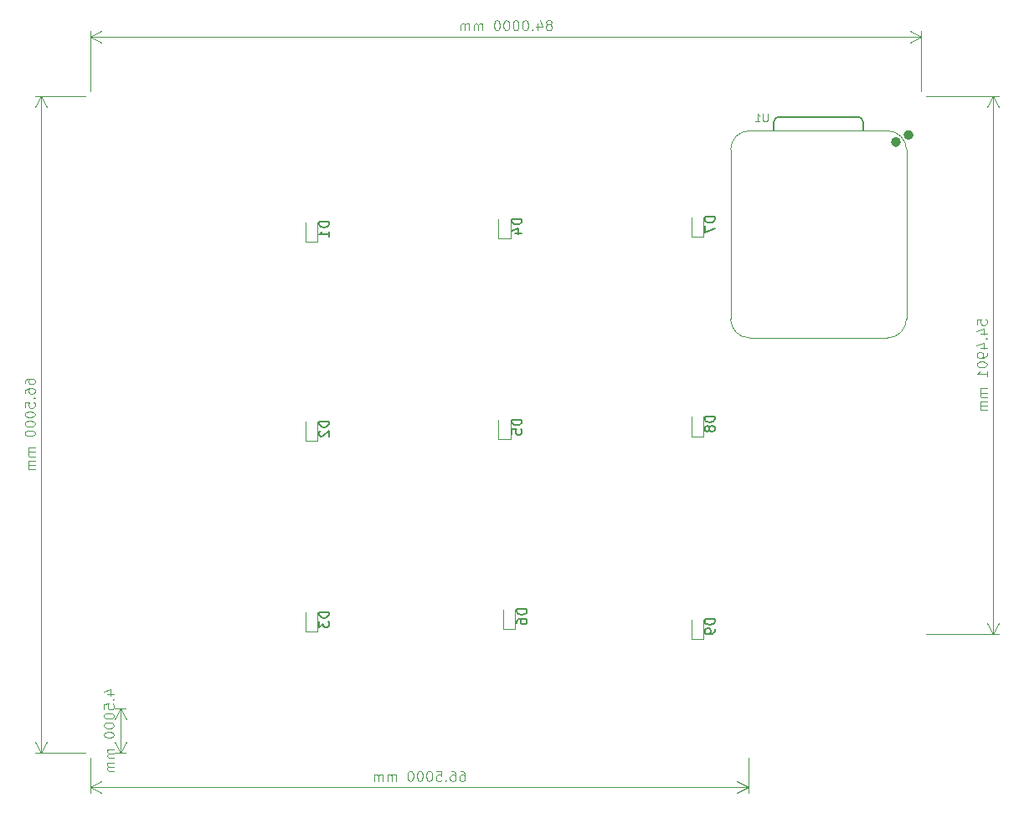
<source format=gbr>
%TF.GenerationSoftware,KiCad,Pcbnew,8.0.6*%
%TF.CreationDate,2024-10-28T02:11:40-04:00*%
%TF.ProjectId,macropad_schematic,6d616372-6f70-4616-945f-736368656d61,rev?*%
%TF.SameCoordinates,Original*%
%TF.FileFunction,Legend,Bot*%
%TF.FilePolarity,Positive*%
%FSLAX46Y46*%
G04 Gerber Fmt 4.6, Leading zero omitted, Abs format (unit mm)*
G04 Created by KiCad (PCBNEW 8.0.6) date 2024-10-28 02:11:40*
%MOMM*%
%LPD*%
G01*
G04 APERTURE LIST*
%ADD10C,0.100000*%
%ADD11C,0.150000*%
%ADD12C,0.106680*%
%ADD13C,0.120000*%
%ADD14C,0.127000*%
%ADD15C,0.504000*%
G04 APERTURE END LIST*
D10*
X82690753Y-119583333D02*
X83357420Y-119583333D01*
X82309801Y-119345238D02*
X83024086Y-119107143D01*
X83024086Y-119107143D02*
X83024086Y-119726190D01*
X83262181Y-120107143D02*
X83309801Y-120154762D01*
X83309801Y-120154762D02*
X83357420Y-120107143D01*
X83357420Y-120107143D02*
X83309801Y-120059524D01*
X83309801Y-120059524D02*
X83262181Y-120107143D01*
X83262181Y-120107143D02*
X83357420Y-120107143D01*
X82357420Y-121059523D02*
X82357420Y-120583333D01*
X82357420Y-120583333D02*
X82833610Y-120535714D01*
X82833610Y-120535714D02*
X82785991Y-120583333D01*
X82785991Y-120583333D02*
X82738372Y-120678571D01*
X82738372Y-120678571D02*
X82738372Y-120916666D01*
X82738372Y-120916666D02*
X82785991Y-121011904D01*
X82785991Y-121011904D02*
X82833610Y-121059523D01*
X82833610Y-121059523D02*
X82928848Y-121107142D01*
X82928848Y-121107142D02*
X83166943Y-121107142D01*
X83166943Y-121107142D02*
X83262181Y-121059523D01*
X83262181Y-121059523D02*
X83309801Y-121011904D01*
X83309801Y-121011904D02*
X83357420Y-120916666D01*
X83357420Y-120916666D02*
X83357420Y-120678571D01*
X83357420Y-120678571D02*
X83309801Y-120583333D01*
X83309801Y-120583333D02*
X83262181Y-120535714D01*
X82357420Y-121726190D02*
X82357420Y-121821428D01*
X82357420Y-121821428D02*
X82405039Y-121916666D01*
X82405039Y-121916666D02*
X82452658Y-121964285D01*
X82452658Y-121964285D02*
X82547896Y-122011904D01*
X82547896Y-122011904D02*
X82738372Y-122059523D01*
X82738372Y-122059523D02*
X82976467Y-122059523D01*
X82976467Y-122059523D02*
X83166943Y-122011904D01*
X83166943Y-122011904D02*
X83262181Y-121964285D01*
X83262181Y-121964285D02*
X83309801Y-121916666D01*
X83309801Y-121916666D02*
X83357420Y-121821428D01*
X83357420Y-121821428D02*
X83357420Y-121726190D01*
X83357420Y-121726190D02*
X83309801Y-121630952D01*
X83309801Y-121630952D02*
X83262181Y-121583333D01*
X83262181Y-121583333D02*
X83166943Y-121535714D01*
X83166943Y-121535714D02*
X82976467Y-121488095D01*
X82976467Y-121488095D02*
X82738372Y-121488095D01*
X82738372Y-121488095D02*
X82547896Y-121535714D01*
X82547896Y-121535714D02*
X82452658Y-121583333D01*
X82452658Y-121583333D02*
X82405039Y-121630952D01*
X82405039Y-121630952D02*
X82357420Y-121726190D01*
X82357420Y-122678571D02*
X82357420Y-122773809D01*
X82357420Y-122773809D02*
X82405039Y-122869047D01*
X82405039Y-122869047D02*
X82452658Y-122916666D01*
X82452658Y-122916666D02*
X82547896Y-122964285D01*
X82547896Y-122964285D02*
X82738372Y-123011904D01*
X82738372Y-123011904D02*
X82976467Y-123011904D01*
X82976467Y-123011904D02*
X83166943Y-122964285D01*
X83166943Y-122964285D02*
X83262181Y-122916666D01*
X83262181Y-122916666D02*
X83309801Y-122869047D01*
X83309801Y-122869047D02*
X83357420Y-122773809D01*
X83357420Y-122773809D02*
X83357420Y-122678571D01*
X83357420Y-122678571D02*
X83309801Y-122583333D01*
X83309801Y-122583333D02*
X83262181Y-122535714D01*
X83262181Y-122535714D02*
X83166943Y-122488095D01*
X83166943Y-122488095D02*
X82976467Y-122440476D01*
X82976467Y-122440476D02*
X82738372Y-122440476D01*
X82738372Y-122440476D02*
X82547896Y-122488095D01*
X82547896Y-122488095D02*
X82452658Y-122535714D01*
X82452658Y-122535714D02*
X82405039Y-122583333D01*
X82405039Y-122583333D02*
X82357420Y-122678571D01*
X82357420Y-123630952D02*
X82357420Y-123726190D01*
X82357420Y-123726190D02*
X82405039Y-123821428D01*
X82405039Y-123821428D02*
X82452658Y-123869047D01*
X82452658Y-123869047D02*
X82547896Y-123916666D01*
X82547896Y-123916666D02*
X82738372Y-123964285D01*
X82738372Y-123964285D02*
X82976467Y-123964285D01*
X82976467Y-123964285D02*
X83166943Y-123916666D01*
X83166943Y-123916666D02*
X83262181Y-123869047D01*
X83262181Y-123869047D02*
X83309801Y-123821428D01*
X83309801Y-123821428D02*
X83357420Y-123726190D01*
X83357420Y-123726190D02*
X83357420Y-123630952D01*
X83357420Y-123630952D02*
X83309801Y-123535714D01*
X83309801Y-123535714D02*
X83262181Y-123488095D01*
X83262181Y-123488095D02*
X83166943Y-123440476D01*
X83166943Y-123440476D02*
X82976467Y-123392857D01*
X82976467Y-123392857D02*
X82738372Y-123392857D01*
X82738372Y-123392857D02*
X82547896Y-123440476D01*
X82547896Y-123440476D02*
X82452658Y-123488095D01*
X82452658Y-123488095D02*
X82405039Y-123535714D01*
X82405039Y-123535714D02*
X82357420Y-123630952D01*
X83357420Y-125154762D02*
X82690753Y-125154762D01*
X82785991Y-125154762D02*
X82738372Y-125202381D01*
X82738372Y-125202381D02*
X82690753Y-125297619D01*
X82690753Y-125297619D02*
X82690753Y-125440476D01*
X82690753Y-125440476D02*
X82738372Y-125535714D01*
X82738372Y-125535714D02*
X82833610Y-125583333D01*
X82833610Y-125583333D02*
X83357420Y-125583333D01*
X82833610Y-125583333D02*
X82738372Y-125630952D01*
X82738372Y-125630952D02*
X82690753Y-125726190D01*
X82690753Y-125726190D02*
X82690753Y-125869047D01*
X82690753Y-125869047D02*
X82738372Y-125964286D01*
X82738372Y-125964286D02*
X82833610Y-126011905D01*
X82833610Y-126011905D02*
X83357420Y-126011905D01*
X83357420Y-126488095D02*
X82690753Y-126488095D01*
X82785991Y-126488095D02*
X82738372Y-126535714D01*
X82738372Y-126535714D02*
X82690753Y-126630952D01*
X82690753Y-126630952D02*
X82690753Y-126773809D01*
X82690753Y-126773809D02*
X82738372Y-126869047D01*
X82738372Y-126869047D02*
X82833610Y-126916666D01*
X82833610Y-126916666D02*
X83357420Y-126916666D01*
X82833610Y-126916666D02*
X82738372Y-126964285D01*
X82738372Y-126964285D02*
X82690753Y-127059523D01*
X82690753Y-127059523D02*
X82690753Y-127202380D01*
X82690753Y-127202380D02*
X82738372Y-127297619D01*
X82738372Y-127297619D02*
X82833610Y-127345238D01*
X82833610Y-127345238D02*
X83357420Y-127345238D01*
X84500000Y-121000000D02*
X83413581Y-121000000D01*
X84500000Y-125500000D02*
X83413581Y-125500000D01*
X84000001Y-121000000D02*
X84000001Y-125500000D01*
X84000001Y-121000000D02*
X84000001Y-125500000D01*
X84000001Y-121000000D02*
X84586422Y-122126504D01*
X84000001Y-121000000D02*
X83413580Y-122126504D01*
X84000001Y-125500000D02*
X83413580Y-124373496D01*
X84000001Y-125500000D02*
X84586422Y-124373496D01*
X74357419Y-88107143D02*
X74357419Y-87916667D01*
X74357419Y-87916667D02*
X74405038Y-87821429D01*
X74405038Y-87821429D02*
X74452657Y-87773810D01*
X74452657Y-87773810D02*
X74595514Y-87678572D01*
X74595514Y-87678572D02*
X74785990Y-87630953D01*
X74785990Y-87630953D02*
X75166942Y-87630953D01*
X75166942Y-87630953D02*
X75262180Y-87678572D01*
X75262180Y-87678572D02*
X75309800Y-87726191D01*
X75309800Y-87726191D02*
X75357419Y-87821429D01*
X75357419Y-87821429D02*
X75357419Y-88011905D01*
X75357419Y-88011905D02*
X75309800Y-88107143D01*
X75309800Y-88107143D02*
X75262180Y-88154762D01*
X75262180Y-88154762D02*
X75166942Y-88202381D01*
X75166942Y-88202381D02*
X74928847Y-88202381D01*
X74928847Y-88202381D02*
X74833609Y-88154762D01*
X74833609Y-88154762D02*
X74785990Y-88107143D01*
X74785990Y-88107143D02*
X74738371Y-88011905D01*
X74738371Y-88011905D02*
X74738371Y-87821429D01*
X74738371Y-87821429D02*
X74785990Y-87726191D01*
X74785990Y-87726191D02*
X74833609Y-87678572D01*
X74833609Y-87678572D02*
X74928847Y-87630953D01*
X74357419Y-89059524D02*
X74357419Y-88869048D01*
X74357419Y-88869048D02*
X74405038Y-88773810D01*
X74405038Y-88773810D02*
X74452657Y-88726191D01*
X74452657Y-88726191D02*
X74595514Y-88630953D01*
X74595514Y-88630953D02*
X74785990Y-88583334D01*
X74785990Y-88583334D02*
X75166942Y-88583334D01*
X75166942Y-88583334D02*
X75262180Y-88630953D01*
X75262180Y-88630953D02*
X75309800Y-88678572D01*
X75309800Y-88678572D02*
X75357419Y-88773810D01*
X75357419Y-88773810D02*
X75357419Y-88964286D01*
X75357419Y-88964286D02*
X75309800Y-89059524D01*
X75309800Y-89059524D02*
X75262180Y-89107143D01*
X75262180Y-89107143D02*
X75166942Y-89154762D01*
X75166942Y-89154762D02*
X74928847Y-89154762D01*
X74928847Y-89154762D02*
X74833609Y-89107143D01*
X74833609Y-89107143D02*
X74785990Y-89059524D01*
X74785990Y-89059524D02*
X74738371Y-88964286D01*
X74738371Y-88964286D02*
X74738371Y-88773810D01*
X74738371Y-88773810D02*
X74785990Y-88678572D01*
X74785990Y-88678572D02*
X74833609Y-88630953D01*
X74833609Y-88630953D02*
X74928847Y-88583334D01*
X75262180Y-89583334D02*
X75309800Y-89630953D01*
X75309800Y-89630953D02*
X75357419Y-89583334D01*
X75357419Y-89583334D02*
X75309800Y-89535715D01*
X75309800Y-89535715D02*
X75262180Y-89583334D01*
X75262180Y-89583334D02*
X75357419Y-89583334D01*
X74357419Y-90535714D02*
X74357419Y-90059524D01*
X74357419Y-90059524D02*
X74833609Y-90011905D01*
X74833609Y-90011905D02*
X74785990Y-90059524D01*
X74785990Y-90059524D02*
X74738371Y-90154762D01*
X74738371Y-90154762D02*
X74738371Y-90392857D01*
X74738371Y-90392857D02*
X74785990Y-90488095D01*
X74785990Y-90488095D02*
X74833609Y-90535714D01*
X74833609Y-90535714D02*
X74928847Y-90583333D01*
X74928847Y-90583333D02*
X75166942Y-90583333D01*
X75166942Y-90583333D02*
X75262180Y-90535714D01*
X75262180Y-90535714D02*
X75309800Y-90488095D01*
X75309800Y-90488095D02*
X75357419Y-90392857D01*
X75357419Y-90392857D02*
X75357419Y-90154762D01*
X75357419Y-90154762D02*
X75309800Y-90059524D01*
X75309800Y-90059524D02*
X75262180Y-90011905D01*
X74357419Y-91202381D02*
X74357419Y-91297619D01*
X74357419Y-91297619D02*
X74405038Y-91392857D01*
X74405038Y-91392857D02*
X74452657Y-91440476D01*
X74452657Y-91440476D02*
X74547895Y-91488095D01*
X74547895Y-91488095D02*
X74738371Y-91535714D01*
X74738371Y-91535714D02*
X74976466Y-91535714D01*
X74976466Y-91535714D02*
X75166942Y-91488095D01*
X75166942Y-91488095D02*
X75262180Y-91440476D01*
X75262180Y-91440476D02*
X75309800Y-91392857D01*
X75309800Y-91392857D02*
X75357419Y-91297619D01*
X75357419Y-91297619D02*
X75357419Y-91202381D01*
X75357419Y-91202381D02*
X75309800Y-91107143D01*
X75309800Y-91107143D02*
X75262180Y-91059524D01*
X75262180Y-91059524D02*
X75166942Y-91011905D01*
X75166942Y-91011905D02*
X74976466Y-90964286D01*
X74976466Y-90964286D02*
X74738371Y-90964286D01*
X74738371Y-90964286D02*
X74547895Y-91011905D01*
X74547895Y-91011905D02*
X74452657Y-91059524D01*
X74452657Y-91059524D02*
X74405038Y-91107143D01*
X74405038Y-91107143D02*
X74357419Y-91202381D01*
X74357419Y-92154762D02*
X74357419Y-92250000D01*
X74357419Y-92250000D02*
X74405038Y-92345238D01*
X74405038Y-92345238D02*
X74452657Y-92392857D01*
X74452657Y-92392857D02*
X74547895Y-92440476D01*
X74547895Y-92440476D02*
X74738371Y-92488095D01*
X74738371Y-92488095D02*
X74976466Y-92488095D01*
X74976466Y-92488095D02*
X75166942Y-92440476D01*
X75166942Y-92440476D02*
X75262180Y-92392857D01*
X75262180Y-92392857D02*
X75309800Y-92345238D01*
X75309800Y-92345238D02*
X75357419Y-92250000D01*
X75357419Y-92250000D02*
X75357419Y-92154762D01*
X75357419Y-92154762D02*
X75309800Y-92059524D01*
X75309800Y-92059524D02*
X75262180Y-92011905D01*
X75262180Y-92011905D02*
X75166942Y-91964286D01*
X75166942Y-91964286D02*
X74976466Y-91916667D01*
X74976466Y-91916667D02*
X74738371Y-91916667D01*
X74738371Y-91916667D02*
X74547895Y-91964286D01*
X74547895Y-91964286D02*
X74452657Y-92011905D01*
X74452657Y-92011905D02*
X74405038Y-92059524D01*
X74405038Y-92059524D02*
X74357419Y-92154762D01*
X74357419Y-93107143D02*
X74357419Y-93202381D01*
X74357419Y-93202381D02*
X74405038Y-93297619D01*
X74405038Y-93297619D02*
X74452657Y-93345238D01*
X74452657Y-93345238D02*
X74547895Y-93392857D01*
X74547895Y-93392857D02*
X74738371Y-93440476D01*
X74738371Y-93440476D02*
X74976466Y-93440476D01*
X74976466Y-93440476D02*
X75166942Y-93392857D01*
X75166942Y-93392857D02*
X75262180Y-93345238D01*
X75262180Y-93345238D02*
X75309800Y-93297619D01*
X75309800Y-93297619D02*
X75357419Y-93202381D01*
X75357419Y-93202381D02*
X75357419Y-93107143D01*
X75357419Y-93107143D02*
X75309800Y-93011905D01*
X75309800Y-93011905D02*
X75262180Y-92964286D01*
X75262180Y-92964286D02*
X75166942Y-92916667D01*
X75166942Y-92916667D02*
X74976466Y-92869048D01*
X74976466Y-92869048D02*
X74738371Y-92869048D01*
X74738371Y-92869048D02*
X74547895Y-92916667D01*
X74547895Y-92916667D02*
X74452657Y-92964286D01*
X74452657Y-92964286D02*
X74405038Y-93011905D01*
X74405038Y-93011905D02*
X74357419Y-93107143D01*
X75357419Y-94630953D02*
X74690752Y-94630953D01*
X74785990Y-94630953D02*
X74738371Y-94678572D01*
X74738371Y-94678572D02*
X74690752Y-94773810D01*
X74690752Y-94773810D02*
X74690752Y-94916667D01*
X74690752Y-94916667D02*
X74738371Y-95011905D01*
X74738371Y-95011905D02*
X74833609Y-95059524D01*
X74833609Y-95059524D02*
X75357419Y-95059524D01*
X74833609Y-95059524D02*
X74738371Y-95107143D01*
X74738371Y-95107143D02*
X74690752Y-95202381D01*
X74690752Y-95202381D02*
X74690752Y-95345238D01*
X74690752Y-95345238D02*
X74738371Y-95440477D01*
X74738371Y-95440477D02*
X74833609Y-95488096D01*
X74833609Y-95488096D02*
X75357419Y-95488096D01*
X75357419Y-95964286D02*
X74690752Y-95964286D01*
X74785990Y-95964286D02*
X74738371Y-96011905D01*
X74738371Y-96011905D02*
X74690752Y-96107143D01*
X74690752Y-96107143D02*
X74690752Y-96250000D01*
X74690752Y-96250000D02*
X74738371Y-96345238D01*
X74738371Y-96345238D02*
X74833609Y-96392857D01*
X74833609Y-96392857D02*
X75357419Y-96392857D01*
X74833609Y-96392857D02*
X74738371Y-96440476D01*
X74738371Y-96440476D02*
X74690752Y-96535714D01*
X74690752Y-96535714D02*
X74690752Y-96678571D01*
X74690752Y-96678571D02*
X74738371Y-96773810D01*
X74738371Y-96773810D02*
X74833609Y-96821429D01*
X74833609Y-96821429D02*
X75357419Y-96821429D01*
X80500000Y-59000000D02*
X75413580Y-59000000D01*
X80500000Y-125500000D02*
X75413580Y-125500000D01*
X76000000Y-59000000D02*
X76000000Y-125500000D01*
X76000000Y-59000000D02*
X76000000Y-125500000D01*
X76000000Y-59000000D02*
X76586421Y-60126504D01*
X76000000Y-59000000D02*
X75413579Y-60126504D01*
X76000000Y-125500000D02*
X75413579Y-124373496D01*
X76000000Y-125500000D02*
X76586421Y-124373496D01*
X127428570Y-51785990D02*
X127523808Y-51738371D01*
X127523808Y-51738371D02*
X127571427Y-51690752D01*
X127571427Y-51690752D02*
X127619046Y-51595514D01*
X127619046Y-51595514D02*
X127619046Y-51547895D01*
X127619046Y-51547895D02*
X127571427Y-51452657D01*
X127571427Y-51452657D02*
X127523808Y-51405038D01*
X127523808Y-51405038D02*
X127428570Y-51357419D01*
X127428570Y-51357419D02*
X127238094Y-51357419D01*
X127238094Y-51357419D02*
X127142856Y-51405038D01*
X127142856Y-51405038D02*
X127095237Y-51452657D01*
X127095237Y-51452657D02*
X127047618Y-51547895D01*
X127047618Y-51547895D02*
X127047618Y-51595514D01*
X127047618Y-51595514D02*
X127095237Y-51690752D01*
X127095237Y-51690752D02*
X127142856Y-51738371D01*
X127142856Y-51738371D02*
X127238094Y-51785990D01*
X127238094Y-51785990D02*
X127428570Y-51785990D01*
X127428570Y-51785990D02*
X127523808Y-51833609D01*
X127523808Y-51833609D02*
X127571427Y-51881228D01*
X127571427Y-51881228D02*
X127619046Y-51976466D01*
X127619046Y-51976466D02*
X127619046Y-52166942D01*
X127619046Y-52166942D02*
X127571427Y-52262180D01*
X127571427Y-52262180D02*
X127523808Y-52309800D01*
X127523808Y-52309800D02*
X127428570Y-52357419D01*
X127428570Y-52357419D02*
X127238094Y-52357419D01*
X127238094Y-52357419D02*
X127142856Y-52309800D01*
X127142856Y-52309800D02*
X127095237Y-52262180D01*
X127095237Y-52262180D02*
X127047618Y-52166942D01*
X127047618Y-52166942D02*
X127047618Y-51976466D01*
X127047618Y-51976466D02*
X127095237Y-51881228D01*
X127095237Y-51881228D02*
X127142856Y-51833609D01*
X127142856Y-51833609D02*
X127238094Y-51785990D01*
X126190475Y-51690752D02*
X126190475Y-52357419D01*
X126428570Y-51309800D02*
X126666665Y-52024085D01*
X126666665Y-52024085D02*
X126047618Y-52024085D01*
X125666665Y-52262180D02*
X125619046Y-52309800D01*
X125619046Y-52309800D02*
X125666665Y-52357419D01*
X125666665Y-52357419D02*
X125714284Y-52309800D01*
X125714284Y-52309800D02*
X125666665Y-52262180D01*
X125666665Y-52262180D02*
X125666665Y-52357419D01*
X124999999Y-51357419D02*
X124904761Y-51357419D01*
X124904761Y-51357419D02*
X124809523Y-51405038D01*
X124809523Y-51405038D02*
X124761904Y-51452657D01*
X124761904Y-51452657D02*
X124714285Y-51547895D01*
X124714285Y-51547895D02*
X124666666Y-51738371D01*
X124666666Y-51738371D02*
X124666666Y-51976466D01*
X124666666Y-51976466D02*
X124714285Y-52166942D01*
X124714285Y-52166942D02*
X124761904Y-52262180D01*
X124761904Y-52262180D02*
X124809523Y-52309800D01*
X124809523Y-52309800D02*
X124904761Y-52357419D01*
X124904761Y-52357419D02*
X124999999Y-52357419D01*
X124999999Y-52357419D02*
X125095237Y-52309800D01*
X125095237Y-52309800D02*
X125142856Y-52262180D01*
X125142856Y-52262180D02*
X125190475Y-52166942D01*
X125190475Y-52166942D02*
X125238094Y-51976466D01*
X125238094Y-51976466D02*
X125238094Y-51738371D01*
X125238094Y-51738371D02*
X125190475Y-51547895D01*
X125190475Y-51547895D02*
X125142856Y-51452657D01*
X125142856Y-51452657D02*
X125095237Y-51405038D01*
X125095237Y-51405038D02*
X124999999Y-51357419D01*
X124047618Y-51357419D02*
X123952380Y-51357419D01*
X123952380Y-51357419D02*
X123857142Y-51405038D01*
X123857142Y-51405038D02*
X123809523Y-51452657D01*
X123809523Y-51452657D02*
X123761904Y-51547895D01*
X123761904Y-51547895D02*
X123714285Y-51738371D01*
X123714285Y-51738371D02*
X123714285Y-51976466D01*
X123714285Y-51976466D02*
X123761904Y-52166942D01*
X123761904Y-52166942D02*
X123809523Y-52262180D01*
X123809523Y-52262180D02*
X123857142Y-52309800D01*
X123857142Y-52309800D02*
X123952380Y-52357419D01*
X123952380Y-52357419D02*
X124047618Y-52357419D01*
X124047618Y-52357419D02*
X124142856Y-52309800D01*
X124142856Y-52309800D02*
X124190475Y-52262180D01*
X124190475Y-52262180D02*
X124238094Y-52166942D01*
X124238094Y-52166942D02*
X124285713Y-51976466D01*
X124285713Y-51976466D02*
X124285713Y-51738371D01*
X124285713Y-51738371D02*
X124238094Y-51547895D01*
X124238094Y-51547895D02*
X124190475Y-51452657D01*
X124190475Y-51452657D02*
X124142856Y-51405038D01*
X124142856Y-51405038D02*
X124047618Y-51357419D01*
X123095237Y-51357419D02*
X122999999Y-51357419D01*
X122999999Y-51357419D02*
X122904761Y-51405038D01*
X122904761Y-51405038D02*
X122857142Y-51452657D01*
X122857142Y-51452657D02*
X122809523Y-51547895D01*
X122809523Y-51547895D02*
X122761904Y-51738371D01*
X122761904Y-51738371D02*
X122761904Y-51976466D01*
X122761904Y-51976466D02*
X122809523Y-52166942D01*
X122809523Y-52166942D02*
X122857142Y-52262180D01*
X122857142Y-52262180D02*
X122904761Y-52309800D01*
X122904761Y-52309800D02*
X122999999Y-52357419D01*
X122999999Y-52357419D02*
X123095237Y-52357419D01*
X123095237Y-52357419D02*
X123190475Y-52309800D01*
X123190475Y-52309800D02*
X123238094Y-52262180D01*
X123238094Y-52262180D02*
X123285713Y-52166942D01*
X123285713Y-52166942D02*
X123333332Y-51976466D01*
X123333332Y-51976466D02*
X123333332Y-51738371D01*
X123333332Y-51738371D02*
X123285713Y-51547895D01*
X123285713Y-51547895D02*
X123238094Y-51452657D01*
X123238094Y-51452657D02*
X123190475Y-51405038D01*
X123190475Y-51405038D02*
X123095237Y-51357419D01*
X122142856Y-51357419D02*
X122047618Y-51357419D01*
X122047618Y-51357419D02*
X121952380Y-51405038D01*
X121952380Y-51405038D02*
X121904761Y-51452657D01*
X121904761Y-51452657D02*
X121857142Y-51547895D01*
X121857142Y-51547895D02*
X121809523Y-51738371D01*
X121809523Y-51738371D02*
X121809523Y-51976466D01*
X121809523Y-51976466D02*
X121857142Y-52166942D01*
X121857142Y-52166942D02*
X121904761Y-52262180D01*
X121904761Y-52262180D02*
X121952380Y-52309800D01*
X121952380Y-52309800D02*
X122047618Y-52357419D01*
X122047618Y-52357419D02*
X122142856Y-52357419D01*
X122142856Y-52357419D02*
X122238094Y-52309800D01*
X122238094Y-52309800D02*
X122285713Y-52262180D01*
X122285713Y-52262180D02*
X122333332Y-52166942D01*
X122333332Y-52166942D02*
X122380951Y-51976466D01*
X122380951Y-51976466D02*
X122380951Y-51738371D01*
X122380951Y-51738371D02*
X122333332Y-51547895D01*
X122333332Y-51547895D02*
X122285713Y-51452657D01*
X122285713Y-51452657D02*
X122238094Y-51405038D01*
X122238094Y-51405038D02*
X122142856Y-51357419D01*
X120619046Y-52357419D02*
X120619046Y-51690752D01*
X120619046Y-51785990D02*
X120571427Y-51738371D01*
X120571427Y-51738371D02*
X120476189Y-51690752D01*
X120476189Y-51690752D02*
X120333332Y-51690752D01*
X120333332Y-51690752D02*
X120238094Y-51738371D01*
X120238094Y-51738371D02*
X120190475Y-51833609D01*
X120190475Y-51833609D02*
X120190475Y-52357419D01*
X120190475Y-51833609D02*
X120142856Y-51738371D01*
X120142856Y-51738371D02*
X120047618Y-51690752D01*
X120047618Y-51690752D02*
X119904761Y-51690752D01*
X119904761Y-51690752D02*
X119809522Y-51738371D01*
X119809522Y-51738371D02*
X119761903Y-51833609D01*
X119761903Y-51833609D02*
X119761903Y-52357419D01*
X119285713Y-52357419D02*
X119285713Y-51690752D01*
X119285713Y-51785990D02*
X119238094Y-51738371D01*
X119238094Y-51738371D02*
X119142856Y-51690752D01*
X119142856Y-51690752D02*
X118999999Y-51690752D01*
X118999999Y-51690752D02*
X118904761Y-51738371D01*
X118904761Y-51738371D02*
X118857142Y-51833609D01*
X118857142Y-51833609D02*
X118857142Y-52357419D01*
X118857142Y-51833609D02*
X118809523Y-51738371D01*
X118809523Y-51738371D02*
X118714285Y-51690752D01*
X118714285Y-51690752D02*
X118571428Y-51690752D01*
X118571428Y-51690752D02*
X118476189Y-51738371D01*
X118476189Y-51738371D02*
X118428570Y-51833609D01*
X118428570Y-51833609D02*
X118428570Y-52357419D01*
X81000000Y-58500000D02*
X81000000Y-52413580D01*
X165000000Y-58500000D02*
X165000000Y-52413580D01*
X81000000Y-53000000D02*
X165000000Y-53000000D01*
X81000000Y-53000000D02*
X165000000Y-53000000D01*
X81000000Y-53000000D02*
X82126504Y-52413579D01*
X81000000Y-53000000D02*
X82126504Y-53586421D01*
X165000000Y-53000000D02*
X163873496Y-53586421D01*
X165000000Y-53000000D02*
X163873496Y-52413579D01*
X118392856Y-127357418D02*
X118583332Y-127357418D01*
X118583332Y-127357418D02*
X118678570Y-127405037D01*
X118678570Y-127405037D02*
X118726189Y-127452656D01*
X118726189Y-127452656D02*
X118821427Y-127595513D01*
X118821427Y-127595513D02*
X118869046Y-127785989D01*
X118869046Y-127785989D02*
X118869046Y-128166941D01*
X118869046Y-128166941D02*
X118821427Y-128262179D01*
X118821427Y-128262179D02*
X118773808Y-128309799D01*
X118773808Y-128309799D02*
X118678570Y-128357418D01*
X118678570Y-128357418D02*
X118488094Y-128357418D01*
X118488094Y-128357418D02*
X118392856Y-128309799D01*
X118392856Y-128309799D02*
X118345237Y-128262179D01*
X118345237Y-128262179D02*
X118297618Y-128166941D01*
X118297618Y-128166941D02*
X118297618Y-127928846D01*
X118297618Y-127928846D02*
X118345237Y-127833608D01*
X118345237Y-127833608D02*
X118392856Y-127785989D01*
X118392856Y-127785989D02*
X118488094Y-127738370D01*
X118488094Y-127738370D02*
X118678570Y-127738370D01*
X118678570Y-127738370D02*
X118773808Y-127785989D01*
X118773808Y-127785989D02*
X118821427Y-127833608D01*
X118821427Y-127833608D02*
X118869046Y-127928846D01*
X117440475Y-127357418D02*
X117630951Y-127357418D01*
X117630951Y-127357418D02*
X117726189Y-127405037D01*
X117726189Y-127405037D02*
X117773808Y-127452656D01*
X117773808Y-127452656D02*
X117869046Y-127595513D01*
X117869046Y-127595513D02*
X117916665Y-127785989D01*
X117916665Y-127785989D02*
X117916665Y-128166941D01*
X117916665Y-128166941D02*
X117869046Y-128262179D01*
X117869046Y-128262179D02*
X117821427Y-128309799D01*
X117821427Y-128309799D02*
X117726189Y-128357418D01*
X117726189Y-128357418D02*
X117535713Y-128357418D01*
X117535713Y-128357418D02*
X117440475Y-128309799D01*
X117440475Y-128309799D02*
X117392856Y-128262179D01*
X117392856Y-128262179D02*
X117345237Y-128166941D01*
X117345237Y-128166941D02*
X117345237Y-127928846D01*
X117345237Y-127928846D02*
X117392856Y-127833608D01*
X117392856Y-127833608D02*
X117440475Y-127785989D01*
X117440475Y-127785989D02*
X117535713Y-127738370D01*
X117535713Y-127738370D02*
X117726189Y-127738370D01*
X117726189Y-127738370D02*
X117821427Y-127785989D01*
X117821427Y-127785989D02*
X117869046Y-127833608D01*
X117869046Y-127833608D02*
X117916665Y-127928846D01*
X116916665Y-128262179D02*
X116869046Y-128309799D01*
X116869046Y-128309799D02*
X116916665Y-128357418D01*
X116916665Y-128357418D02*
X116964284Y-128309799D01*
X116964284Y-128309799D02*
X116916665Y-128262179D01*
X116916665Y-128262179D02*
X116916665Y-128357418D01*
X115964285Y-127357418D02*
X116440475Y-127357418D01*
X116440475Y-127357418D02*
X116488094Y-127833608D01*
X116488094Y-127833608D02*
X116440475Y-127785989D01*
X116440475Y-127785989D02*
X116345237Y-127738370D01*
X116345237Y-127738370D02*
X116107142Y-127738370D01*
X116107142Y-127738370D02*
X116011904Y-127785989D01*
X116011904Y-127785989D02*
X115964285Y-127833608D01*
X115964285Y-127833608D02*
X115916666Y-127928846D01*
X115916666Y-127928846D02*
X115916666Y-128166941D01*
X115916666Y-128166941D02*
X115964285Y-128262179D01*
X115964285Y-128262179D02*
X116011904Y-128309799D01*
X116011904Y-128309799D02*
X116107142Y-128357418D01*
X116107142Y-128357418D02*
X116345237Y-128357418D01*
X116345237Y-128357418D02*
X116440475Y-128309799D01*
X116440475Y-128309799D02*
X116488094Y-128262179D01*
X115297618Y-127357418D02*
X115202380Y-127357418D01*
X115202380Y-127357418D02*
X115107142Y-127405037D01*
X115107142Y-127405037D02*
X115059523Y-127452656D01*
X115059523Y-127452656D02*
X115011904Y-127547894D01*
X115011904Y-127547894D02*
X114964285Y-127738370D01*
X114964285Y-127738370D02*
X114964285Y-127976465D01*
X114964285Y-127976465D02*
X115011904Y-128166941D01*
X115011904Y-128166941D02*
X115059523Y-128262179D01*
X115059523Y-128262179D02*
X115107142Y-128309799D01*
X115107142Y-128309799D02*
X115202380Y-128357418D01*
X115202380Y-128357418D02*
X115297618Y-128357418D01*
X115297618Y-128357418D02*
X115392856Y-128309799D01*
X115392856Y-128309799D02*
X115440475Y-128262179D01*
X115440475Y-128262179D02*
X115488094Y-128166941D01*
X115488094Y-128166941D02*
X115535713Y-127976465D01*
X115535713Y-127976465D02*
X115535713Y-127738370D01*
X115535713Y-127738370D02*
X115488094Y-127547894D01*
X115488094Y-127547894D02*
X115440475Y-127452656D01*
X115440475Y-127452656D02*
X115392856Y-127405037D01*
X115392856Y-127405037D02*
X115297618Y-127357418D01*
X114345237Y-127357418D02*
X114249999Y-127357418D01*
X114249999Y-127357418D02*
X114154761Y-127405037D01*
X114154761Y-127405037D02*
X114107142Y-127452656D01*
X114107142Y-127452656D02*
X114059523Y-127547894D01*
X114059523Y-127547894D02*
X114011904Y-127738370D01*
X114011904Y-127738370D02*
X114011904Y-127976465D01*
X114011904Y-127976465D02*
X114059523Y-128166941D01*
X114059523Y-128166941D02*
X114107142Y-128262179D01*
X114107142Y-128262179D02*
X114154761Y-128309799D01*
X114154761Y-128309799D02*
X114249999Y-128357418D01*
X114249999Y-128357418D02*
X114345237Y-128357418D01*
X114345237Y-128357418D02*
X114440475Y-128309799D01*
X114440475Y-128309799D02*
X114488094Y-128262179D01*
X114488094Y-128262179D02*
X114535713Y-128166941D01*
X114535713Y-128166941D02*
X114583332Y-127976465D01*
X114583332Y-127976465D02*
X114583332Y-127738370D01*
X114583332Y-127738370D02*
X114535713Y-127547894D01*
X114535713Y-127547894D02*
X114488094Y-127452656D01*
X114488094Y-127452656D02*
X114440475Y-127405037D01*
X114440475Y-127405037D02*
X114345237Y-127357418D01*
X113392856Y-127357418D02*
X113297618Y-127357418D01*
X113297618Y-127357418D02*
X113202380Y-127405037D01*
X113202380Y-127405037D02*
X113154761Y-127452656D01*
X113154761Y-127452656D02*
X113107142Y-127547894D01*
X113107142Y-127547894D02*
X113059523Y-127738370D01*
X113059523Y-127738370D02*
X113059523Y-127976465D01*
X113059523Y-127976465D02*
X113107142Y-128166941D01*
X113107142Y-128166941D02*
X113154761Y-128262179D01*
X113154761Y-128262179D02*
X113202380Y-128309799D01*
X113202380Y-128309799D02*
X113297618Y-128357418D01*
X113297618Y-128357418D02*
X113392856Y-128357418D01*
X113392856Y-128357418D02*
X113488094Y-128309799D01*
X113488094Y-128309799D02*
X113535713Y-128262179D01*
X113535713Y-128262179D02*
X113583332Y-128166941D01*
X113583332Y-128166941D02*
X113630951Y-127976465D01*
X113630951Y-127976465D02*
X113630951Y-127738370D01*
X113630951Y-127738370D02*
X113583332Y-127547894D01*
X113583332Y-127547894D02*
X113535713Y-127452656D01*
X113535713Y-127452656D02*
X113488094Y-127405037D01*
X113488094Y-127405037D02*
X113392856Y-127357418D01*
X111869046Y-128357418D02*
X111869046Y-127690751D01*
X111869046Y-127785989D02*
X111821427Y-127738370D01*
X111821427Y-127738370D02*
X111726189Y-127690751D01*
X111726189Y-127690751D02*
X111583332Y-127690751D01*
X111583332Y-127690751D02*
X111488094Y-127738370D01*
X111488094Y-127738370D02*
X111440475Y-127833608D01*
X111440475Y-127833608D02*
X111440475Y-128357418D01*
X111440475Y-127833608D02*
X111392856Y-127738370D01*
X111392856Y-127738370D02*
X111297618Y-127690751D01*
X111297618Y-127690751D02*
X111154761Y-127690751D01*
X111154761Y-127690751D02*
X111059522Y-127738370D01*
X111059522Y-127738370D02*
X111011903Y-127833608D01*
X111011903Y-127833608D02*
X111011903Y-128357418D01*
X110535713Y-128357418D02*
X110535713Y-127690751D01*
X110535713Y-127785989D02*
X110488094Y-127738370D01*
X110488094Y-127738370D02*
X110392856Y-127690751D01*
X110392856Y-127690751D02*
X110249999Y-127690751D01*
X110249999Y-127690751D02*
X110154761Y-127738370D01*
X110154761Y-127738370D02*
X110107142Y-127833608D01*
X110107142Y-127833608D02*
X110107142Y-128357418D01*
X110107142Y-127833608D02*
X110059523Y-127738370D01*
X110059523Y-127738370D02*
X109964285Y-127690751D01*
X109964285Y-127690751D02*
X109821428Y-127690751D01*
X109821428Y-127690751D02*
X109726189Y-127738370D01*
X109726189Y-127738370D02*
X109678570Y-127833608D01*
X109678570Y-127833608D02*
X109678570Y-128357418D01*
X81000000Y-126000000D02*
X81000000Y-129586419D01*
X147500000Y-126000000D02*
X147500000Y-129586419D01*
X81000000Y-128999999D02*
X147500000Y-128999999D01*
X81000000Y-128999999D02*
X147500000Y-128999999D01*
X81000000Y-128999999D02*
X82126504Y-128413578D01*
X81000000Y-128999999D02*
X82126504Y-129586420D01*
X147500000Y-128999999D02*
X146373496Y-129586420D01*
X147500000Y-128999999D02*
X146373496Y-128413578D01*
X170630444Y-82150487D02*
X170630500Y-81674297D01*
X170630500Y-81674297D02*
X171106697Y-81626734D01*
X171106697Y-81626734D02*
X171059072Y-81674347D01*
X171059072Y-81674347D02*
X171011442Y-81769580D01*
X171011442Y-81769580D02*
X171011414Y-82007675D01*
X171011414Y-82007675D02*
X171059021Y-82102919D01*
X171059021Y-82102919D02*
X171106635Y-82150543D01*
X171106635Y-82150543D02*
X171201867Y-82198174D01*
X171201867Y-82198174D02*
X171439963Y-82198202D01*
X171439963Y-82198202D02*
X171535206Y-82150594D01*
X171535206Y-82150594D02*
X171582831Y-82102980D01*
X171582831Y-82102980D02*
X171630461Y-82007748D01*
X171630461Y-82007748D02*
X171630489Y-81769653D01*
X171630489Y-81769653D02*
X171582881Y-81674409D01*
X171582881Y-81674409D02*
X171535268Y-81626784D01*
X170963671Y-83055289D02*
X171630338Y-83055367D01*
X170582747Y-82817149D02*
X171297061Y-82579137D01*
X171297061Y-82579137D02*
X171296988Y-83198185D01*
X171535038Y-83579165D02*
X171582652Y-83626790D01*
X171582652Y-83626790D02*
X171630276Y-83579177D01*
X171630276Y-83579177D02*
X171582663Y-83531552D01*
X171582663Y-83531552D02*
X171535038Y-83579165D01*
X171535038Y-83579165D02*
X171630276Y-83579177D01*
X170963503Y-84483860D02*
X171630170Y-84483938D01*
X170582579Y-84245719D02*
X171296893Y-84007708D01*
X171296893Y-84007708D02*
X171296820Y-84626756D01*
X171630103Y-85055367D02*
X171630080Y-85245843D01*
X171630080Y-85245843D02*
X171582450Y-85341075D01*
X171582450Y-85341075D02*
X171534825Y-85388689D01*
X171534825Y-85388689D02*
X171391957Y-85483910D01*
X171391957Y-85483910D02*
X171201475Y-85531507D01*
X171201475Y-85531507D02*
X170820523Y-85531462D01*
X170820523Y-85531462D02*
X170725290Y-85483832D01*
X170725290Y-85483832D02*
X170677677Y-85436207D01*
X170677677Y-85436207D02*
X170630069Y-85340963D01*
X170630069Y-85340963D02*
X170630091Y-85150487D01*
X170630091Y-85150487D02*
X170677722Y-85055255D01*
X170677722Y-85055255D02*
X170725346Y-85007641D01*
X170725346Y-85007641D02*
X170820590Y-84960033D01*
X170820590Y-84960033D02*
X171058685Y-84960061D01*
X171058685Y-84960061D02*
X171153918Y-85007692D01*
X171153918Y-85007692D02*
X171201531Y-85055316D01*
X171201531Y-85055316D02*
X171249139Y-85150560D01*
X171249139Y-85150560D02*
X171249117Y-85341036D01*
X171249117Y-85341036D02*
X171201486Y-85436269D01*
X171201486Y-85436269D02*
X171153862Y-85483882D01*
X171153862Y-85483882D02*
X171058618Y-85531490D01*
X170629974Y-86150487D02*
X170629963Y-86245725D01*
X170629963Y-86245725D02*
X170677570Y-86340969D01*
X170677570Y-86340969D02*
X170725184Y-86388594D01*
X170725184Y-86388594D02*
X170820416Y-86436224D01*
X170820416Y-86436224D02*
X171010887Y-86483865D01*
X171010887Y-86483865D02*
X171248982Y-86483893D01*
X171248982Y-86483893D02*
X171439464Y-86436297D01*
X171439464Y-86436297D02*
X171534708Y-86388689D01*
X171534708Y-86388689D02*
X171582332Y-86341075D01*
X171582332Y-86341075D02*
X171629963Y-86245843D01*
X171629963Y-86245843D02*
X171629974Y-86150605D01*
X171629974Y-86150605D02*
X171582366Y-86055361D01*
X171582366Y-86055361D02*
X171534752Y-86007736D01*
X171534752Y-86007736D02*
X171439520Y-85960106D01*
X171439520Y-85960106D02*
X171249049Y-85912465D01*
X171249049Y-85912465D02*
X171010954Y-85912437D01*
X171010954Y-85912437D02*
X170820472Y-85960033D01*
X170820472Y-85960033D02*
X170725229Y-86007641D01*
X170725229Y-86007641D02*
X170677604Y-86055255D01*
X170677604Y-86055255D02*
X170629974Y-86150487D01*
X171629822Y-87436319D02*
X171629890Y-86864891D01*
X171629856Y-87150605D02*
X170629856Y-87150487D01*
X170629856Y-87150487D02*
X170772724Y-87055266D01*
X170772724Y-87055266D02*
X170867974Y-86960039D01*
X170867974Y-86960039D02*
X170915604Y-86864806D01*
X171629682Y-88626796D02*
X170963016Y-88626717D01*
X171058254Y-88626728D02*
X171010629Y-88674342D01*
X171010629Y-88674342D02*
X170962999Y-88769574D01*
X170962999Y-88769574D02*
X170962982Y-88912431D01*
X170962982Y-88912431D02*
X171010590Y-89007675D01*
X171010590Y-89007675D02*
X171105822Y-89055305D01*
X171105822Y-89055305D02*
X171629632Y-89055367D01*
X171105822Y-89055305D02*
X171010579Y-89102913D01*
X171010579Y-89102913D02*
X170962948Y-89198146D01*
X170962948Y-89198146D02*
X170962932Y-89341003D01*
X170962932Y-89341003D02*
X171010539Y-89436247D01*
X171010539Y-89436247D02*
X171105772Y-89483877D01*
X171105772Y-89483877D02*
X171629582Y-89483938D01*
X171629525Y-89960129D02*
X170962859Y-89960050D01*
X171058097Y-89960061D02*
X171010472Y-90007675D01*
X171010472Y-90007675D02*
X170962842Y-90102907D01*
X170962842Y-90102907D02*
X170962825Y-90245764D01*
X170962825Y-90245764D02*
X171010433Y-90341008D01*
X171010433Y-90341008D02*
X171105666Y-90388638D01*
X171105666Y-90388638D02*
X171629475Y-90388700D01*
X171105666Y-90388638D02*
X171010422Y-90436246D01*
X171010422Y-90436246D02*
X170962792Y-90531479D01*
X170962792Y-90531479D02*
X170962775Y-90674336D01*
X170962775Y-90674336D02*
X171010383Y-90769579D01*
X171010383Y-90769579D02*
X171105615Y-90817210D01*
X171105615Y-90817210D02*
X171629425Y-90817271D01*
X165500000Y-59000059D02*
X172862170Y-59000925D01*
X165493589Y-113490182D02*
X172855759Y-113491048D01*
X172275750Y-59000856D02*
X172269339Y-113490979D01*
X172275750Y-59000856D02*
X172269339Y-113490979D01*
X172275750Y-59000856D02*
X172862038Y-60127429D01*
X172275750Y-59000856D02*
X171689197Y-60127291D01*
X172269339Y-113490979D02*
X171683051Y-112364406D01*
X172269339Y-113490979D02*
X172855892Y-112364544D01*
D11*
X144104819Y-91461905D02*
X143104819Y-91461905D01*
X143104819Y-91461905D02*
X143104819Y-91700000D01*
X143104819Y-91700000D02*
X143152438Y-91842857D01*
X143152438Y-91842857D02*
X143247676Y-91938095D01*
X143247676Y-91938095D02*
X143342914Y-91985714D01*
X143342914Y-91985714D02*
X143533390Y-92033333D01*
X143533390Y-92033333D02*
X143676247Y-92033333D01*
X143676247Y-92033333D02*
X143866723Y-91985714D01*
X143866723Y-91985714D02*
X143961961Y-91938095D01*
X143961961Y-91938095D02*
X144057200Y-91842857D01*
X144057200Y-91842857D02*
X144104819Y-91700000D01*
X144104819Y-91700000D02*
X144104819Y-91461905D01*
X143533390Y-92604762D02*
X143485771Y-92509524D01*
X143485771Y-92509524D02*
X143438152Y-92461905D01*
X143438152Y-92461905D02*
X143342914Y-92414286D01*
X143342914Y-92414286D02*
X143295295Y-92414286D01*
X143295295Y-92414286D02*
X143200057Y-92461905D01*
X143200057Y-92461905D02*
X143152438Y-92509524D01*
X143152438Y-92509524D02*
X143104819Y-92604762D01*
X143104819Y-92604762D02*
X143104819Y-92795238D01*
X143104819Y-92795238D02*
X143152438Y-92890476D01*
X143152438Y-92890476D02*
X143200057Y-92938095D01*
X143200057Y-92938095D02*
X143295295Y-92985714D01*
X143295295Y-92985714D02*
X143342914Y-92985714D01*
X143342914Y-92985714D02*
X143438152Y-92938095D01*
X143438152Y-92938095D02*
X143485771Y-92890476D01*
X143485771Y-92890476D02*
X143533390Y-92795238D01*
X143533390Y-92795238D02*
X143533390Y-92604762D01*
X143533390Y-92604762D02*
X143581009Y-92509524D01*
X143581009Y-92509524D02*
X143628628Y-92461905D01*
X143628628Y-92461905D02*
X143723866Y-92414286D01*
X143723866Y-92414286D02*
X143914342Y-92414286D01*
X143914342Y-92414286D02*
X144009580Y-92461905D01*
X144009580Y-92461905D02*
X144057200Y-92509524D01*
X144057200Y-92509524D02*
X144104819Y-92604762D01*
X144104819Y-92604762D02*
X144104819Y-92795238D01*
X144104819Y-92795238D02*
X144057200Y-92890476D01*
X144057200Y-92890476D02*
X144009580Y-92938095D01*
X144009580Y-92938095D02*
X143914342Y-92985714D01*
X143914342Y-92985714D02*
X143723866Y-92985714D01*
X143723866Y-92985714D02*
X143628628Y-92938095D01*
X143628628Y-92938095D02*
X143581009Y-92890476D01*
X143581009Y-92890476D02*
X143533390Y-92795238D01*
D12*
X149456549Y-60818391D02*
X149456549Y-61451698D01*
X149456549Y-61451698D02*
X149419296Y-61526204D01*
X149419296Y-61526204D02*
X149382042Y-61563458D01*
X149382042Y-61563458D02*
X149307536Y-61600711D01*
X149307536Y-61600711D02*
X149158522Y-61600711D01*
X149158522Y-61600711D02*
X149084016Y-61563458D01*
X149084016Y-61563458D02*
X149046762Y-61526204D01*
X149046762Y-61526204D02*
X149009509Y-61451698D01*
X149009509Y-61451698D02*
X149009509Y-60818391D01*
X148227189Y-61600711D02*
X148674229Y-61600711D01*
X148450709Y-61600711D02*
X148450709Y-60818391D01*
X148450709Y-60818391D02*
X148525216Y-60930151D01*
X148525216Y-60930151D02*
X148599723Y-61004658D01*
X148599723Y-61004658D02*
X148674229Y-61041911D01*
D11*
X124604819Y-71461905D02*
X123604819Y-71461905D01*
X123604819Y-71461905D02*
X123604819Y-71700000D01*
X123604819Y-71700000D02*
X123652438Y-71842857D01*
X123652438Y-71842857D02*
X123747676Y-71938095D01*
X123747676Y-71938095D02*
X123842914Y-71985714D01*
X123842914Y-71985714D02*
X124033390Y-72033333D01*
X124033390Y-72033333D02*
X124176247Y-72033333D01*
X124176247Y-72033333D02*
X124366723Y-71985714D01*
X124366723Y-71985714D02*
X124461961Y-71938095D01*
X124461961Y-71938095D02*
X124557200Y-71842857D01*
X124557200Y-71842857D02*
X124604819Y-71700000D01*
X124604819Y-71700000D02*
X124604819Y-71461905D01*
X123938152Y-72890476D02*
X124604819Y-72890476D01*
X123557200Y-72652381D02*
X124271485Y-72414286D01*
X124271485Y-72414286D02*
X124271485Y-73033333D01*
X105104819Y-91961905D02*
X104104819Y-91961905D01*
X104104819Y-91961905D02*
X104104819Y-92200000D01*
X104104819Y-92200000D02*
X104152438Y-92342857D01*
X104152438Y-92342857D02*
X104247676Y-92438095D01*
X104247676Y-92438095D02*
X104342914Y-92485714D01*
X104342914Y-92485714D02*
X104533390Y-92533333D01*
X104533390Y-92533333D02*
X104676247Y-92533333D01*
X104676247Y-92533333D02*
X104866723Y-92485714D01*
X104866723Y-92485714D02*
X104961961Y-92438095D01*
X104961961Y-92438095D02*
X105057200Y-92342857D01*
X105057200Y-92342857D02*
X105104819Y-92200000D01*
X105104819Y-92200000D02*
X105104819Y-91961905D01*
X104200057Y-92914286D02*
X104152438Y-92961905D01*
X104152438Y-92961905D02*
X104104819Y-93057143D01*
X104104819Y-93057143D02*
X104104819Y-93295238D01*
X104104819Y-93295238D02*
X104152438Y-93390476D01*
X104152438Y-93390476D02*
X104200057Y-93438095D01*
X104200057Y-93438095D02*
X104295295Y-93485714D01*
X104295295Y-93485714D02*
X104390533Y-93485714D01*
X104390533Y-93485714D02*
X104533390Y-93438095D01*
X104533390Y-93438095D02*
X105104819Y-92866667D01*
X105104819Y-92866667D02*
X105104819Y-93485714D01*
X124604819Y-91761905D02*
X123604819Y-91761905D01*
X123604819Y-91761905D02*
X123604819Y-92000000D01*
X123604819Y-92000000D02*
X123652438Y-92142857D01*
X123652438Y-92142857D02*
X123747676Y-92238095D01*
X123747676Y-92238095D02*
X123842914Y-92285714D01*
X123842914Y-92285714D02*
X124033390Y-92333333D01*
X124033390Y-92333333D02*
X124176247Y-92333333D01*
X124176247Y-92333333D02*
X124366723Y-92285714D01*
X124366723Y-92285714D02*
X124461961Y-92238095D01*
X124461961Y-92238095D02*
X124557200Y-92142857D01*
X124557200Y-92142857D02*
X124604819Y-92000000D01*
X124604819Y-92000000D02*
X124604819Y-91761905D01*
X123604819Y-93238095D02*
X123604819Y-92761905D01*
X123604819Y-92761905D02*
X124081009Y-92714286D01*
X124081009Y-92714286D02*
X124033390Y-92761905D01*
X124033390Y-92761905D02*
X123985771Y-92857143D01*
X123985771Y-92857143D02*
X123985771Y-93095238D01*
X123985771Y-93095238D02*
X124033390Y-93190476D01*
X124033390Y-93190476D02*
X124081009Y-93238095D01*
X124081009Y-93238095D02*
X124176247Y-93285714D01*
X124176247Y-93285714D02*
X124414342Y-93285714D01*
X124414342Y-93285714D02*
X124509580Y-93238095D01*
X124509580Y-93238095D02*
X124557200Y-93190476D01*
X124557200Y-93190476D02*
X124604819Y-93095238D01*
X124604819Y-93095238D02*
X124604819Y-92857143D01*
X124604819Y-92857143D02*
X124557200Y-92761905D01*
X124557200Y-92761905D02*
X124509580Y-92714286D01*
X125104819Y-110961905D02*
X124104819Y-110961905D01*
X124104819Y-110961905D02*
X124104819Y-111200000D01*
X124104819Y-111200000D02*
X124152438Y-111342857D01*
X124152438Y-111342857D02*
X124247676Y-111438095D01*
X124247676Y-111438095D02*
X124342914Y-111485714D01*
X124342914Y-111485714D02*
X124533390Y-111533333D01*
X124533390Y-111533333D02*
X124676247Y-111533333D01*
X124676247Y-111533333D02*
X124866723Y-111485714D01*
X124866723Y-111485714D02*
X124961961Y-111438095D01*
X124961961Y-111438095D02*
X125057200Y-111342857D01*
X125057200Y-111342857D02*
X125104819Y-111200000D01*
X125104819Y-111200000D02*
X125104819Y-110961905D01*
X124104819Y-112390476D02*
X124104819Y-112200000D01*
X124104819Y-112200000D02*
X124152438Y-112104762D01*
X124152438Y-112104762D02*
X124200057Y-112057143D01*
X124200057Y-112057143D02*
X124342914Y-111961905D01*
X124342914Y-111961905D02*
X124533390Y-111914286D01*
X124533390Y-111914286D02*
X124914342Y-111914286D01*
X124914342Y-111914286D02*
X125009580Y-111961905D01*
X125009580Y-111961905D02*
X125057200Y-112009524D01*
X125057200Y-112009524D02*
X125104819Y-112104762D01*
X125104819Y-112104762D02*
X125104819Y-112295238D01*
X125104819Y-112295238D02*
X125057200Y-112390476D01*
X125057200Y-112390476D02*
X125009580Y-112438095D01*
X125009580Y-112438095D02*
X124914342Y-112485714D01*
X124914342Y-112485714D02*
X124676247Y-112485714D01*
X124676247Y-112485714D02*
X124581009Y-112438095D01*
X124581009Y-112438095D02*
X124533390Y-112390476D01*
X124533390Y-112390476D02*
X124485771Y-112295238D01*
X124485771Y-112295238D02*
X124485771Y-112104762D01*
X124485771Y-112104762D02*
X124533390Y-112009524D01*
X124533390Y-112009524D02*
X124581009Y-111961905D01*
X124581009Y-111961905D02*
X124676247Y-111914286D01*
X144104819Y-111961905D02*
X143104819Y-111961905D01*
X143104819Y-111961905D02*
X143104819Y-112200000D01*
X143104819Y-112200000D02*
X143152438Y-112342857D01*
X143152438Y-112342857D02*
X143247676Y-112438095D01*
X143247676Y-112438095D02*
X143342914Y-112485714D01*
X143342914Y-112485714D02*
X143533390Y-112533333D01*
X143533390Y-112533333D02*
X143676247Y-112533333D01*
X143676247Y-112533333D02*
X143866723Y-112485714D01*
X143866723Y-112485714D02*
X143961961Y-112438095D01*
X143961961Y-112438095D02*
X144057200Y-112342857D01*
X144057200Y-112342857D02*
X144104819Y-112200000D01*
X144104819Y-112200000D02*
X144104819Y-111961905D01*
X144104819Y-113009524D02*
X144104819Y-113200000D01*
X144104819Y-113200000D02*
X144057200Y-113295238D01*
X144057200Y-113295238D02*
X144009580Y-113342857D01*
X144009580Y-113342857D02*
X143866723Y-113438095D01*
X143866723Y-113438095D02*
X143676247Y-113485714D01*
X143676247Y-113485714D02*
X143295295Y-113485714D01*
X143295295Y-113485714D02*
X143200057Y-113438095D01*
X143200057Y-113438095D02*
X143152438Y-113390476D01*
X143152438Y-113390476D02*
X143104819Y-113295238D01*
X143104819Y-113295238D02*
X143104819Y-113104762D01*
X143104819Y-113104762D02*
X143152438Y-113009524D01*
X143152438Y-113009524D02*
X143200057Y-112961905D01*
X143200057Y-112961905D02*
X143295295Y-112914286D01*
X143295295Y-112914286D02*
X143533390Y-112914286D01*
X143533390Y-112914286D02*
X143628628Y-112961905D01*
X143628628Y-112961905D02*
X143676247Y-113009524D01*
X143676247Y-113009524D02*
X143723866Y-113104762D01*
X143723866Y-113104762D02*
X143723866Y-113295238D01*
X143723866Y-113295238D02*
X143676247Y-113390476D01*
X143676247Y-113390476D02*
X143628628Y-113438095D01*
X143628628Y-113438095D02*
X143533390Y-113485714D01*
X105104819Y-111261905D02*
X104104819Y-111261905D01*
X104104819Y-111261905D02*
X104104819Y-111500000D01*
X104104819Y-111500000D02*
X104152438Y-111642857D01*
X104152438Y-111642857D02*
X104247676Y-111738095D01*
X104247676Y-111738095D02*
X104342914Y-111785714D01*
X104342914Y-111785714D02*
X104533390Y-111833333D01*
X104533390Y-111833333D02*
X104676247Y-111833333D01*
X104676247Y-111833333D02*
X104866723Y-111785714D01*
X104866723Y-111785714D02*
X104961961Y-111738095D01*
X104961961Y-111738095D02*
X105057200Y-111642857D01*
X105057200Y-111642857D02*
X105104819Y-111500000D01*
X105104819Y-111500000D02*
X105104819Y-111261905D01*
X104104819Y-112166667D02*
X104104819Y-112785714D01*
X104104819Y-112785714D02*
X104485771Y-112452381D01*
X104485771Y-112452381D02*
X104485771Y-112595238D01*
X104485771Y-112595238D02*
X104533390Y-112690476D01*
X104533390Y-112690476D02*
X104581009Y-112738095D01*
X104581009Y-112738095D02*
X104676247Y-112785714D01*
X104676247Y-112785714D02*
X104914342Y-112785714D01*
X104914342Y-112785714D02*
X105009580Y-112738095D01*
X105009580Y-112738095D02*
X105057200Y-112690476D01*
X105057200Y-112690476D02*
X105104819Y-112595238D01*
X105104819Y-112595238D02*
X105104819Y-112309524D01*
X105104819Y-112309524D02*
X105057200Y-112214286D01*
X105057200Y-112214286D02*
X105009580Y-112166667D01*
X105104819Y-71761905D02*
X104104819Y-71761905D01*
X104104819Y-71761905D02*
X104104819Y-72000000D01*
X104104819Y-72000000D02*
X104152438Y-72142857D01*
X104152438Y-72142857D02*
X104247676Y-72238095D01*
X104247676Y-72238095D02*
X104342914Y-72285714D01*
X104342914Y-72285714D02*
X104533390Y-72333333D01*
X104533390Y-72333333D02*
X104676247Y-72333333D01*
X104676247Y-72333333D02*
X104866723Y-72285714D01*
X104866723Y-72285714D02*
X104961961Y-72238095D01*
X104961961Y-72238095D02*
X105057200Y-72142857D01*
X105057200Y-72142857D02*
X105104819Y-72000000D01*
X105104819Y-72000000D02*
X105104819Y-71761905D01*
X105104819Y-73285714D02*
X105104819Y-72714286D01*
X105104819Y-73000000D02*
X104104819Y-73000000D01*
X104104819Y-73000000D02*
X104247676Y-72904762D01*
X104247676Y-72904762D02*
X104342914Y-72809524D01*
X104342914Y-72809524D02*
X104390533Y-72714286D01*
X144104819Y-71261905D02*
X143104819Y-71261905D01*
X143104819Y-71261905D02*
X143104819Y-71500000D01*
X143104819Y-71500000D02*
X143152438Y-71642857D01*
X143152438Y-71642857D02*
X143247676Y-71738095D01*
X143247676Y-71738095D02*
X143342914Y-71785714D01*
X143342914Y-71785714D02*
X143533390Y-71833333D01*
X143533390Y-71833333D02*
X143676247Y-71833333D01*
X143676247Y-71833333D02*
X143866723Y-71785714D01*
X143866723Y-71785714D02*
X143961961Y-71738095D01*
X143961961Y-71738095D02*
X144057200Y-71642857D01*
X144057200Y-71642857D02*
X144104819Y-71500000D01*
X144104819Y-71500000D02*
X144104819Y-71261905D01*
X143104819Y-72166667D02*
X143104819Y-72833333D01*
X143104819Y-72833333D02*
X144104819Y-72404762D01*
D13*
%TO.C,D8*%
X141750000Y-93460000D02*
X141750000Y-91500000D01*
X141750000Y-93460000D02*
X142950000Y-93460000D01*
X142950000Y-93460000D02*
X142950000Y-91500000D01*
D10*
%TO.C,U1*%
X145720000Y-64448000D02*
X145720000Y-81593000D01*
X147625000Y-83498000D02*
X161595000Y-83498000D01*
D14*
X150106000Y-62543000D02*
X150106000Y-61633000D01*
X150606000Y-61133000D02*
X158601272Y-61133000D01*
X159101272Y-61632728D02*
X159105000Y-62543000D01*
D10*
X161595000Y-62543000D02*
X147625000Y-62543000D01*
X163500000Y-64448000D02*
X163500000Y-81593000D01*
X145720000Y-64448000D02*
G75*
G02*
X147625000Y-62543000I1905000J0D01*
G01*
X147625000Y-83498000D02*
G75*
G02*
X145720000Y-81593000I0J1905000D01*
G01*
D14*
X150106000Y-61633000D02*
G75*
G02*
X150606000Y-61133000I500000J0D01*
G01*
X158601272Y-61133000D02*
G75*
G02*
X159101273Y-61632728I-18J-500019D01*
G01*
D10*
X161595000Y-62539000D02*
G75*
G02*
X163500000Y-64444000I-1J-1905001D01*
G01*
X163500000Y-81593000D02*
G75*
G02*
X161595000Y-83498000I-1905001J1D01*
G01*
D15*
X162688000Y-63676000D02*
G75*
G02*
X162184000Y-63676000I-252000J0D01*
G01*
X162184000Y-63676000D02*
G75*
G02*
X162688000Y-63676000I252000J0D01*
G01*
X163962000Y-62959000D02*
G75*
G02*
X163458000Y-62959000I-252000J0D01*
G01*
X163458000Y-62959000D02*
G75*
G02*
X163962000Y-62959000I252000J0D01*
G01*
D13*
%TO.C,D4*%
X122250000Y-73460000D02*
X122250000Y-71500000D01*
X122250000Y-73460000D02*
X123450000Y-73460000D01*
X123450000Y-73460000D02*
X123450000Y-71500000D01*
%TO.C,D2*%
X102750000Y-93960000D02*
X102750000Y-92000000D01*
X102750000Y-93960000D02*
X103950000Y-93960000D01*
X103950000Y-93960000D02*
X103950000Y-92000000D01*
%TO.C,D5*%
X122250000Y-93760000D02*
X122250000Y-91800000D01*
X122250000Y-93760000D02*
X123450000Y-93760000D01*
X123450000Y-93760000D02*
X123450000Y-91800000D01*
%TO.C,D6*%
X122750000Y-112960000D02*
X122750000Y-111000000D01*
X122750000Y-112960000D02*
X123950000Y-112960000D01*
X123950000Y-112960000D02*
X123950000Y-111000000D01*
%TO.C,D9*%
X141750000Y-113960000D02*
X141750000Y-112000000D01*
X141750000Y-113960000D02*
X142950000Y-113960000D01*
X142950000Y-113960000D02*
X142950000Y-112000000D01*
%TO.C,D3*%
X102750000Y-113260000D02*
X102750000Y-111300000D01*
X102750000Y-113260000D02*
X103950000Y-113260000D01*
X103950000Y-113260000D02*
X103950000Y-111300000D01*
%TO.C,D1*%
X102750000Y-73760000D02*
X102750000Y-71800000D01*
X102750000Y-73760000D02*
X103950000Y-73760000D01*
X103950000Y-73760000D02*
X103950000Y-71800000D01*
%TO.C,D7*%
X141750000Y-73260000D02*
X141750000Y-71300000D01*
X141750000Y-73260000D02*
X142950000Y-73260000D01*
X142950000Y-73260000D02*
X142950000Y-71300000D01*
%TD*%
M02*

</source>
